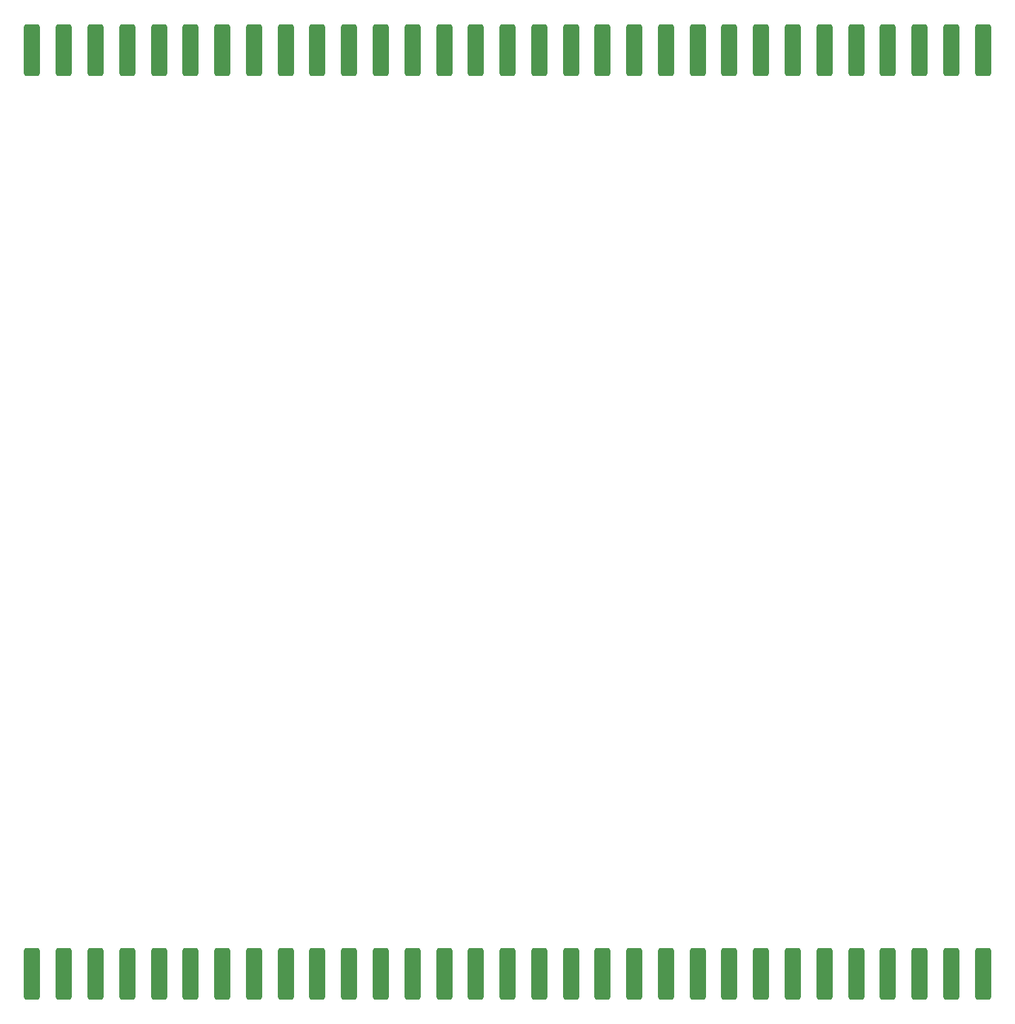
<source format=gbp>
%TF.GenerationSoftware,KiCad,Pcbnew,9.0.2*%
%TF.CreationDate,2025-08-03T14:20:54-04:00*%
%TF.ProjectId,hp_extension,68705f65-7874-4656-9e73-696f6e2e6b69,AA*%
%TF.SameCoordinates,Original*%
%TF.FileFunction,Paste,Bot*%
%TF.FilePolarity,Positive*%
%FSLAX46Y46*%
G04 Gerber Fmt 4.6, Leading zero omitted, Abs format (unit mm)*
G04 Created by KiCad (PCBNEW 9.0.2) date 2025-08-03 14:20:54*
%MOMM*%
%LPD*%
G01*
G04 APERTURE LIST*
G04 Aperture macros list*
%AMRoundRect*
0 Rectangle with rounded corners*
0 $1 Rounding radius*
0 $2 $3 $4 $5 $6 $7 $8 $9 X,Y pos of 4 corners*
0 Add a 4 corners polygon primitive as box body*
4,1,4,$2,$3,$4,$5,$6,$7,$8,$9,$2,$3,0*
0 Add four circle primitives for the rounded corners*
1,1,$1+$1,$2,$3*
1,1,$1+$1,$4,$5*
1,1,$1+$1,$6,$7*
1,1,$1+$1,$8,$9*
0 Add four rect primitives between the rounded corners*
20,1,$1+$1,$2,$3,$4,$5,0*
20,1,$1+$1,$4,$5,$6,$7,0*
20,1,$1+$1,$6,$7,$8,$9,0*
20,1,$1+$1,$8,$9,$2,$3,0*%
G04 Aperture macros list end*
%ADD10RoundRect,0.300000X-0.700000X-2.930000X0.700000X-2.930000X0.700000X2.930000X-0.700000X2.930000X0*%
%ADD11RoundRect,0.300000X0.700000X2.930000X-0.700000X2.930000X-0.700000X-2.930000X0.700000X-2.930000X0*%
G04 APERTURE END LIST*
D10*
%TO.C,J2*%
X43500000Y-49300000D03*
X47460000Y-49300000D03*
X51420000Y-49300000D03*
X55380000Y-49300000D03*
X59340000Y-49300000D03*
X63300000Y-49300000D03*
X67260000Y-49300000D03*
X71220000Y-49300000D03*
X75180000Y-49300000D03*
X79140000Y-49300000D03*
X83100000Y-49300000D03*
X87060000Y-49300000D03*
X91020000Y-49300000D03*
X94980000Y-49300000D03*
X98940000Y-49300000D03*
X102900000Y-49300000D03*
X106860000Y-49300000D03*
X110820000Y-49300000D03*
X114780000Y-49300000D03*
X118740000Y-49300000D03*
X122700000Y-49300000D03*
X126660000Y-49300000D03*
X130620000Y-49300000D03*
X134580000Y-49300000D03*
X138540000Y-49300000D03*
X142500000Y-49300000D03*
X146460000Y-49300000D03*
X150420000Y-49300000D03*
X154380000Y-49300000D03*
X158340000Y-49300000D03*
X162300000Y-49300000D03*
%TD*%
D11*
%TO.C,J1*%
X43500000Y-164730000D03*
X47460000Y-164730000D03*
X51420000Y-164730000D03*
X55380000Y-164730000D03*
X59340000Y-164730000D03*
X63300000Y-164730000D03*
X67260000Y-164730000D03*
X71220000Y-164730000D03*
X75180000Y-164730000D03*
X79140000Y-164730000D03*
X83100000Y-164730000D03*
X87060000Y-164730000D03*
X91020000Y-164730000D03*
X94980000Y-164730000D03*
X98940000Y-164730000D03*
X102900000Y-164730000D03*
X106860000Y-164730000D03*
X110820000Y-164730000D03*
X114780000Y-164730000D03*
X118740000Y-164730000D03*
X122700000Y-164730000D03*
X126660000Y-164730000D03*
X130620000Y-164730000D03*
X134580000Y-164730000D03*
X138540000Y-164730000D03*
X142500000Y-164730000D03*
X146460000Y-164730000D03*
X150420000Y-164730000D03*
X154380000Y-164730000D03*
X158340000Y-164730000D03*
X162300000Y-164730000D03*
%TD*%
M02*

</source>
